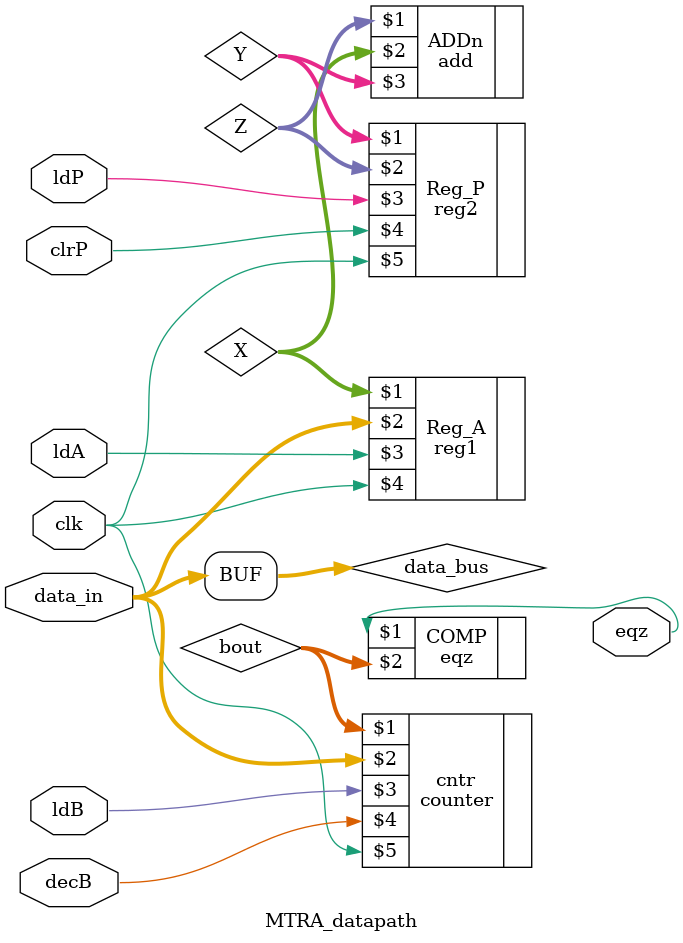
<source format=v>
`timescale 1ns / 1ps
module MTRA_datapath(eqz, ldA, ldB, ldP, clrP, decB, data_in, clk);

    input ldA, ldB, ldP, clrP, decB, clk;
    input [15:0] data_in;
    output eqz;

    wire [15:0] X, Y, Z, data_bus, bout;
    assign data_bus = data_in;
    reg1 Reg_A (X, data_bus, ldA, clk);
    reg2 Reg_P (Y, Z, ldP, clrP, clk);
    counter cntr (bout, data_bus, ldB, decB, clk);
    add ADDn(Z, X, Y);
    eqz COMP (eqz, bout);
endmodule

</source>
